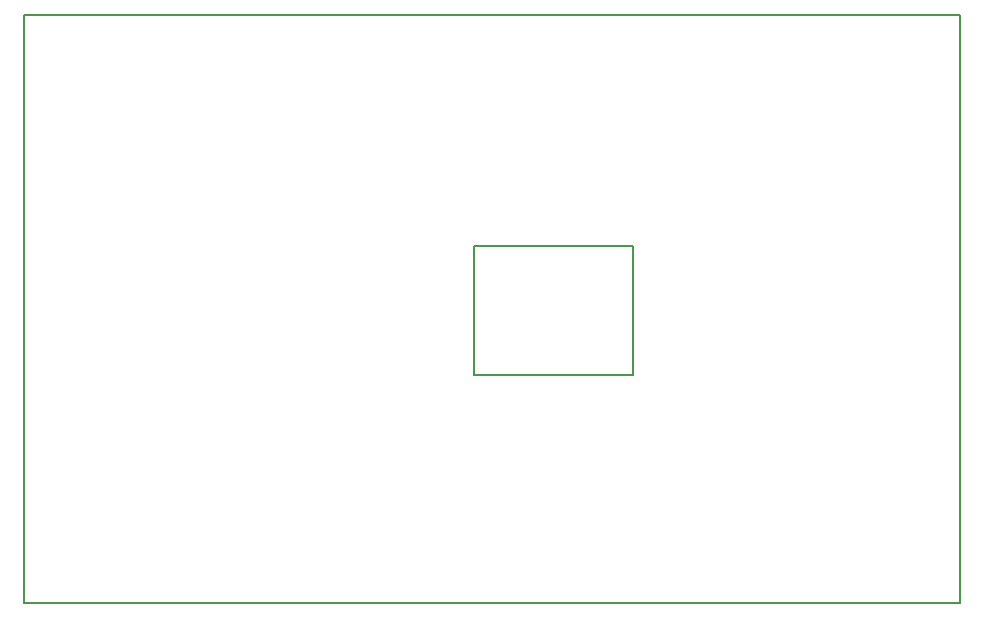
<source format=gbr>
G04 #@! TF.FileFunction,Profile,NP*
%FSLAX46Y46*%
G04 Gerber Fmt 4.6, Leading zero omitted, Abs format (unit mm)*
G04 Created by KiCad (PCBNEW (after 2015-mar-04 BZR unknown)-product) date 2015年08月08日土曜日 05:56:36*
%MOMM*%
G01*
G04 APERTURE LIST*
%ADD10C,0.100000*%
%ADD11C,0.150000*%
G04 APERTURE END LIST*
D10*
D11*
X51562000Y30226000D02*
X38100000Y30226000D01*
X51562000Y19304000D02*
X51562000Y30226000D01*
X38100000Y19304000D02*
X51562000Y19304000D01*
X38100000Y30226000D02*
X38100000Y19304000D01*
X0Y0D02*
X2540000Y0D01*
X0Y49784000D02*
X0Y0D01*
X2540000Y49784000D02*
X0Y49784000D01*
X79248000Y49784000D02*
X77724000Y49784000D01*
X79248000Y48260000D02*
X79248000Y49784000D01*
X79248000Y35560000D02*
X79248000Y48260000D01*
X79248000Y0D02*
X79248000Y35560000D01*
X77724000Y0D02*
X79248000Y0D01*
X2540000Y0D02*
X20066000Y0D01*
X55372000Y0D02*
X20066000Y0D01*
X77724000Y0D02*
X55372000Y0D01*
X56896000Y49784000D02*
X77724000Y49784000D01*
X32004000Y49784000D02*
X56896000Y49784000D01*
X2540000Y49784000D02*
X32004000Y49784000D01*
M02*

</source>
